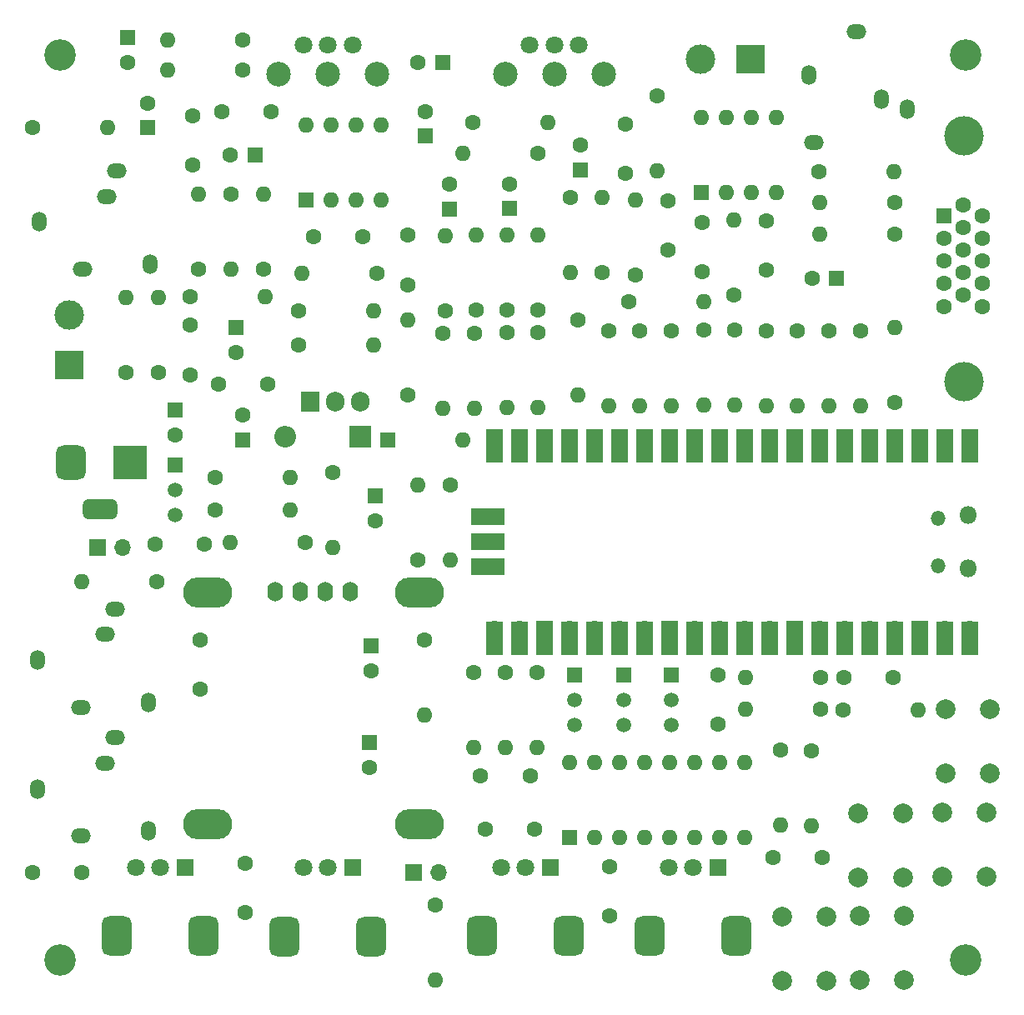
<source format=gbr>
%TF.GenerationSoftware,KiCad,Pcbnew,(6.0.11)*%
%TF.CreationDate,2024-04-05T20:07:31-05:00*%
%TF.ProjectId,GuitarPico,47756974-6172-4506-9963-6f2e6b696361,rev?*%
%TF.SameCoordinates,Original*%
%TF.FileFunction,Soldermask,Top*%
%TF.FilePolarity,Negative*%
%FSLAX46Y46*%
G04 Gerber Fmt 4.6, Leading zero omitted, Abs format (unit mm)*
G04 Created by KiCad (PCBNEW (6.0.11)) date 2024-04-05 20:07:31*
%MOMM*%
%LPD*%
G01*
G04 APERTURE LIST*
G04 Aperture macros list*
%AMRoundRect*
0 Rectangle with rounded corners*
0 $1 Rounding radius*
0 $2 $3 $4 $5 $6 $7 $8 $9 X,Y pos of 4 corners*
0 Add a 4 corners polygon primitive as box body*
4,1,4,$2,$3,$4,$5,$6,$7,$8,$9,$2,$3,0*
0 Add four circle primitives for the rounded corners*
1,1,$1+$1,$2,$3*
1,1,$1+$1,$4,$5*
1,1,$1+$1,$6,$7*
1,1,$1+$1,$8,$9*
0 Add four rect primitives between the rounded corners*
20,1,$1+$1,$2,$3,$4,$5,0*
20,1,$1+$1,$4,$5,$6,$7,0*
20,1,$1+$1,$6,$7,$8,$9,0*
20,1,$1+$1,$8,$9,$2,$3,0*%
G04 Aperture macros list end*
%ADD10C,1.600000*%
%ADD11R,1.600000X1.600000*%
%ADD12R,1.500000X1.500000*%
%ADD13C,1.500000*%
%ADD14O,1.500000X2.000000*%
%ADD15O,2.000000X1.500000*%
%ADD16O,1.600000X1.600000*%
%ADD17R,2.200000X2.200000*%
%ADD18O,2.200000X2.200000*%
%ADD19R,1.905000X2.000000*%
%ADD20O,1.905000X2.000000*%
%ADD21R,1.700000X1.700000*%
%ADD22O,1.700000X1.700000*%
%ADD23C,3.200000*%
%ADD24R,3.500000X3.500000*%
%ADD25RoundRect,0.750000X-0.750000X-1.000000X0.750000X-1.000000X0.750000X1.000000X-0.750000X1.000000X0*%
%ADD26RoundRect,0.500000X-1.250000X-0.500000X1.250000X-0.500000X1.250000X0.500000X-1.250000X0.500000X0*%
%ADD27R,1.800000X1.800000*%
%ADD28C,1.800000*%
%ADD29RoundRect,0.750000X-0.750000X1.250000X-0.750000X-1.250000X0.750000X-1.250000X0.750000X1.250000X0*%
%ADD30R,3.000000X3.000000*%
%ADD31C,3.000000*%
%ADD32C,2.500000*%
%ADD33O,1.800000X1.800000*%
%ADD34O,1.500000X1.500000*%
%ADD35R,1.700000X3.500000*%
%ADD36R,3.500000X1.700000*%
%ADD37C,2.000000*%
%ADD38O,5.000000X3.100000*%
%ADD39O,1.600000X2.000000*%
%ADD40C,4.000000*%
G04 APERTURE END LIST*
D10*
%TO.C,C22*%
X132588000Y-127254000D03*
X127588000Y-127254000D03*
%TD*%
D11*
%TO.C,C15*%
X100844000Y-75689113D03*
D10*
X100844000Y-73189113D03*
%TD*%
D12*
%TO.C,Q3*%
X110140000Y-127000000D03*
D13*
X110140000Y-129540000D03*
X110140000Y-132080000D03*
%TD*%
D14*
%TO.C,J8*%
X45720000Y-138590000D03*
D15*
X53620000Y-133390000D03*
X52620000Y-135990000D03*
X50120000Y-143390000D03*
D14*
X57020000Y-142890000D03*
%TD*%
D10*
%TO.C,R46*%
X110070000Y-92020000D03*
D16*
X110070000Y-99640000D03*
%TD*%
D10*
%TO.C,R9*%
X80250000Y-86250000D03*
D16*
X72630000Y-86250000D03*
%TD*%
D17*
%TO.C,D1*%
X78492000Y-102820000D03*
D18*
X70872000Y-102820000D03*
%TD*%
D10*
%TO.C,R56*%
X103720000Y-92030000D03*
D16*
X103720000Y-99650000D03*
%TD*%
D10*
%TO.C,R19*%
X125070000Y-75870000D03*
D16*
X132690000Y-75870000D03*
%TD*%
D19*
%TO.C,U4*%
X73420000Y-99290000D03*
D20*
X75960000Y-99290000D03*
X78500000Y-99290000D03*
%TD*%
D15*
%TO.C,J3*%
X128860000Y-61640000D03*
D14*
X134060000Y-69540000D03*
X131460000Y-68540000D03*
X124060000Y-66040000D03*
D15*
X124560000Y-72940000D03*
%TD*%
D21*
%TO.C,JP2*%
X51822000Y-114110000D03*
D22*
X54362000Y-114110000D03*
%TD*%
D11*
%TO.C,C11*%
X93710000Y-79640000D03*
D10*
X93710000Y-77140000D03*
%TD*%
%TO.C,R21*%
X105760000Y-89090000D03*
D16*
X113380000Y-89090000D03*
%TD*%
D23*
%TO.C,H2*%
X48000000Y-156000000D03*
%TD*%
D11*
%TO.C,C4*%
X67824000Y-74230000D03*
D10*
X65324000Y-74230000D03*
%TD*%
%TO.C,R23*%
X127550000Y-130570000D03*
D16*
X135170000Y-130570000D03*
%TD*%
D14*
%TO.C,J9*%
X45750000Y-125500000D03*
D15*
X53650000Y-120300000D03*
X52650000Y-122900000D03*
X50150000Y-130300000D03*
D14*
X57050000Y-129800000D03*
%TD*%
D10*
%TO.C,R10*%
X72250000Y-90000000D03*
D16*
X79870000Y-90000000D03*
%TD*%
D11*
%TO.C,C10*%
X87540000Y-79690000D03*
D10*
X87540000Y-77190000D03*
%TD*%
D21*
%TO.C,JP1*%
X83935000Y-147128000D03*
D22*
X86475000Y-147128000D03*
%TD*%
D11*
%TO.C,U6*%
X99800000Y-143540000D03*
D16*
X102340000Y-143540000D03*
X104880000Y-143540000D03*
X107420000Y-143540000D03*
X109960000Y-143540000D03*
X112500000Y-143540000D03*
X115040000Y-143540000D03*
X117580000Y-143540000D03*
X117580000Y-135920000D03*
X115040000Y-135920000D03*
X112500000Y-135920000D03*
X109960000Y-135920000D03*
X107420000Y-135920000D03*
X104880000Y-135920000D03*
X102340000Y-135920000D03*
X99800000Y-135920000D03*
%TD*%
D10*
%TO.C,C24*%
X62290000Y-128460000D03*
X62290000Y-123460000D03*
%TD*%
%TO.C,R28*%
X96590000Y-89940000D03*
D16*
X96590000Y-82320000D03*
%TD*%
D10*
%TO.C,R2*%
X68700000Y-85820000D03*
D16*
X68700000Y-78200000D03*
%TD*%
D12*
%TO.C,Q2*%
X105250000Y-127000000D03*
D13*
X105250000Y-129540000D03*
X105250000Y-132080000D03*
%TD*%
D10*
%TO.C,R14*%
X103070000Y-86160000D03*
D16*
X103070000Y-78540000D03*
%TD*%
D10*
%TO.C,R47*%
X86100000Y-150390000D03*
D16*
X86100000Y-158010000D03*
%TD*%
D10*
%TO.C,C12*%
X113210000Y-81070000D03*
X113210000Y-86070000D03*
%TD*%
%TO.C,R16*%
X89980000Y-70880000D03*
D16*
X97600000Y-70880000D03*
%TD*%
D10*
%TO.C,C26*%
X125450000Y-145570000D03*
X120450000Y-145570000D03*
%TD*%
D24*
%TO.C,J5*%
X55124000Y-105472000D03*
D25*
X49124000Y-105472000D03*
D26*
X52124000Y-110172000D03*
%TD*%
D10*
%TO.C,R36*%
X84334000Y-115378000D03*
D16*
X84334000Y-107758000D03*
%TD*%
D10*
%TO.C,C1*%
X61250000Y-91500000D03*
X61250000Y-96500000D03*
%TD*%
%TO.C,C8*%
X83318000Y-82358000D03*
X83318000Y-87358000D03*
%TD*%
%TO.C,C29*%
X91240000Y-142680000D03*
X96240000Y-142680000D03*
%TD*%
D27*
%TO.C,RV6*%
X97790000Y-146558000D03*
D28*
X95290000Y-146558000D03*
X92790000Y-146558000D03*
D29*
X90890000Y-153558000D03*
X99690000Y-153558000D03*
%TD*%
D10*
%TO.C,R52*%
X116560000Y-92010000D03*
D16*
X116560000Y-99630000D03*
%TD*%
D11*
%TO.C,C7*%
X85120000Y-72275112D03*
D10*
X85120000Y-69775112D03*
%TD*%
%TO.C,R11*%
X72250000Y-93500000D03*
D16*
X79870000Y-93500000D03*
%TD*%
D10*
%TO.C,C14*%
X105440000Y-71030000D03*
X105440000Y-76030000D03*
%TD*%
D11*
%TO.C,C34*%
X80016000Y-108838887D03*
D10*
X80016000Y-111338887D03*
%TD*%
%TO.C,R22*%
X132750000Y-82210000D03*
D16*
X125130000Y-82210000D03*
%TD*%
D23*
%TO.C,H3*%
X140000000Y-64000000D03*
%TD*%
D30*
%TO.C,J1*%
X49000000Y-95540000D03*
D31*
X49000000Y-90460000D03*
%TD*%
D10*
%TO.C,C23*%
X114808000Y-127000000D03*
X114808000Y-132000000D03*
%TD*%
D11*
%TO.C,C2*%
X65910000Y-91740000D03*
D10*
X65910000Y-94240000D03*
%TD*%
%TO.C,R60*%
X45218000Y-71436000D03*
D16*
X52838000Y-71436000D03*
%TD*%
D10*
%TO.C,R25*%
X72904000Y-113600000D03*
D16*
X65284000Y-113600000D03*
%TD*%
D10*
%TO.C,C18*%
X119710000Y-80890000D03*
X119710000Y-85890000D03*
%TD*%
%TO.C,R39*%
X124340000Y-134690000D03*
D16*
X124340000Y-142310000D03*
%TD*%
D10*
%TO.C,R55*%
X132760000Y-99330000D03*
D16*
X132760000Y-91710000D03*
%TD*%
D10*
%TO.C,C13*%
X109770000Y-78830000D03*
X109770000Y-83830000D03*
%TD*%
%TO.C,C30*%
X103820000Y-146460000D03*
X103820000Y-151460000D03*
%TD*%
D32*
%TO.C,RV1*%
X70250000Y-66000000D03*
D28*
X72750000Y-63000000D03*
D32*
X75250000Y-66000000D03*
D28*
X75250000Y-63000000D03*
D32*
X80250000Y-66000000D03*
D28*
X77750000Y-63000000D03*
%TD*%
D10*
%TO.C,R12*%
X61250000Y-88610000D03*
D16*
X68870000Y-88610000D03*
%TD*%
D10*
%TO.C,R18*%
X116440000Y-88400000D03*
D16*
X116440000Y-80780000D03*
%TD*%
D10*
%TO.C,R40*%
X93250000Y-126750000D03*
D16*
X93250000Y-134370000D03*
%TD*%
D33*
%TO.C,U3*%
X140250000Y-116225000D03*
X140250000Y-110775000D03*
D34*
X137220000Y-111075000D03*
X137220000Y-115925000D03*
D22*
X140380000Y-104610000D03*
D35*
X140380000Y-103710000D03*
D22*
X137840000Y-104610000D03*
D35*
X137840000Y-103710000D03*
D21*
X135300000Y-104610000D03*
D35*
X135300000Y-103710000D03*
D22*
X132760000Y-104610000D03*
D35*
X132760000Y-103710000D03*
D22*
X130220000Y-104610000D03*
D35*
X130220000Y-103710000D03*
X127680000Y-103710000D03*
D22*
X127680000Y-104610000D03*
D35*
X125140000Y-103710000D03*
D22*
X125140000Y-104610000D03*
D35*
X122600000Y-103710000D03*
D21*
X122600000Y-104610000D03*
D35*
X120060000Y-103710000D03*
D22*
X120060000Y-104610000D03*
X117520000Y-104610000D03*
D35*
X117520000Y-103710000D03*
D22*
X114980000Y-104610000D03*
D35*
X114980000Y-103710000D03*
X112440000Y-103710000D03*
D22*
X112440000Y-104610000D03*
D21*
X109900000Y-104610000D03*
D35*
X109900000Y-103710000D03*
D22*
X107360000Y-104610000D03*
D35*
X107360000Y-103710000D03*
X104820000Y-103710000D03*
D22*
X104820000Y-104610000D03*
D35*
X102280000Y-103710000D03*
D22*
X102280000Y-104610000D03*
D35*
X99740000Y-103710000D03*
D22*
X99740000Y-104610000D03*
D21*
X97200000Y-104610000D03*
D35*
X97200000Y-103710000D03*
X94660000Y-103710000D03*
D22*
X94660000Y-104610000D03*
X92120000Y-104610000D03*
D35*
X92120000Y-103710000D03*
X92120000Y-123290000D03*
D22*
X92120000Y-122390000D03*
X94660000Y-122390000D03*
D35*
X94660000Y-123290000D03*
D21*
X97200000Y-122390000D03*
D35*
X97200000Y-123290000D03*
D22*
X99740000Y-122390000D03*
D35*
X99740000Y-123290000D03*
X102280000Y-123290000D03*
D22*
X102280000Y-122390000D03*
D35*
X104820000Y-123290000D03*
D22*
X104820000Y-122390000D03*
D35*
X107360000Y-123290000D03*
D22*
X107360000Y-122390000D03*
D35*
X109900000Y-123290000D03*
D21*
X109900000Y-122390000D03*
D35*
X112440000Y-123290000D03*
D22*
X112440000Y-122390000D03*
D35*
X114980000Y-123290000D03*
D22*
X114980000Y-122390000D03*
X117520000Y-122390000D03*
D35*
X117520000Y-123290000D03*
D22*
X120060000Y-122390000D03*
D35*
X120060000Y-123290000D03*
D21*
X122600000Y-122390000D03*
D35*
X122600000Y-123290000D03*
D22*
X125140000Y-122390000D03*
D35*
X125140000Y-123290000D03*
D22*
X127680000Y-122390000D03*
D35*
X127680000Y-123290000D03*
D22*
X130220000Y-122390000D03*
D35*
X130220000Y-123290000D03*
X132760000Y-123290000D03*
D22*
X132760000Y-122390000D03*
D35*
X135300000Y-123290000D03*
D21*
X135300000Y-122390000D03*
D22*
X137840000Y-122390000D03*
D35*
X137840000Y-123290000D03*
D22*
X140380000Y-122390000D03*
D35*
X140380000Y-123290000D03*
D22*
X92350000Y-110960000D03*
D36*
X91450000Y-110960000D03*
X91450000Y-113500000D03*
D21*
X92350000Y-113500000D03*
D22*
X92350000Y-116040000D03*
D36*
X91450000Y-116040000D03*
%TD*%
D11*
%TO.C,C20*%
X59696000Y-100138000D03*
D10*
X59696000Y-102638000D03*
%TD*%
%TO.C,C31*%
X57664000Y-113700000D03*
X62664000Y-113700000D03*
%TD*%
%TO.C,R8*%
X96570000Y-74010000D03*
D16*
X88950000Y-74010000D03*
%TD*%
D10*
%TO.C,R49*%
X106910000Y-92020000D03*
D16*
X106910000Y-99640000D03*
%TD*%
D10*
%TO.C,R57*%
X100580000Y-90920000D03*
D16*
X100580000Y-98540000D03*
%TD*%
D10*
%TO.C,C25*%
X95750000Y-137250000D03*
X90750000Y-137250000D03*
%TD*%
%TO.C,R41*%
X121160000Y-134660000D03*
D16*
X121160000Y-142280000D03*
%TD*%
D10*
%TO.C,R48*%
X57890000Y-117570000D03*
D16*
X50270000Y-117570000D03*
%TD*%
D10*
%TO.C,R29*%
X96590000Y-92200000D03*
D16*
X96590000Y-99820000D03*
%TD*%
D10*
%TO.C,R1*%
X62100000Y-85820000D03*
D16*
X62100000Y-78200000D03*
%TD*%
D14*
%TO.C,J2*%
X45902000Y-81000000D03*
D15*
X53802000Y-75800000D03*
X52802000Y-78400000D03*
X50302000Y-85800000D03*
D14*
X57202000Y-85300000D03*
%TD*%
D10*
%TO.C,R27*%
X63760000Y-110298000D03*
D16*
X71380000Y-110298000D03*
%TD*%
D10*
%TO.C,R35*%
X86930000Y-92300000D03*
D16*
X86930000Y-99920000D03*
%TD*%
D37*
%TO.C,SW2*%
X137620000Y-147480000D03*
X137620000Y-140980000D03*
X142120000Y-140980000D03*
X142120000Y-147480000D03*
%TD*%
D10*
%TO.C,R59*%
X63760000Y-106996000D03*
D16*
X71380000Y-106996000D03*
%TD*%
D37*
%TO.C,SW3*%
X129100000Y-141110000D03*
X129100000Y-147610000D03*
X133600000Y-147610000D03*
X133600000Y-141110000D03*
%TD*%
D10*
%TO.C,R54*%
X126070000Y-92060000D03*
D16*
X126070000Y-99680000D03*
%TD*%
D38*
%TO.C,Brd1*%
X63030000Y-142140000D03*
X84530000Y-118640000D03*
X63030000Y-118640000D03*
X84530000Y-142140000D03*
D39*
X69910000Y-118540000D03*
X72450000Y-118540000D03*
X74990000Y-118540000D03*
X77530000Y-118540000D03*
%TD*%
D10*
%TO.C,R33*%
X90130000Y-92270000D03*
D16*
X90130000Y-99890000D03*
%TD*%
D11*
%TO.C,C35*%
X56902000Y-71436000D03*
D10*
X56902000Y-68936000D03*
%TD*%
D11*
%TO.C,C5*%
X54870000Y-62292000D03*
D10*
X54870000Y-64792000D03*
%TD*%
%TO.C,R5*%
X66554000Y-62546000D03*
D16*
X58934000Y-62546000D03*
%TD*%
D27*
%TO.C,RV5*%
X77730000Y-146620000D03*
D28*
X75230000Y-146620000D03*
X72730000Y-146620000D03*
D29*
X70830000Y-153620000D03*
X79630000Y-153620000D03*
%TD*%
D10*
%TO.C,R26*%
X75698000Y-106488000D03*
D16*
X75698000Y-114108000D03*
%TD*%
D11*
%TO.C,C16*%
X86874000Y-64832000D03*
D10*
X84374000Y-64832000D03*
%TD*%
%TO.C,R4*%
X58000000Y-96328000D03*
D16*
X58000000Y-88708000D03*
%TD*%
D11*
%TO.C,U1*%
X73000000Y-78800000D03*
D16*
X75540000Y-78800000D03*
X78080000Y-78800000D03*
X80620000Y-78800000D03*
X80620000Y-71180000D03*
X78080000Y-71180000D03*
X75540000Y-71180000D03*
X73000000Y-71180000D03*
%TD*%
D10*
%TO.C,R45*%
X113410000Y-92000000D03*
D16*
X113410000Y-99620000D03*
%TD*%
D10*
%TO.C,R7*%
X66554000Y-65594000D03*
D16*
X58934000Y-65594000D03*
%TD*%
D11*
%TO.C,C19*%
X66554000Y-103115113D03*
D10*
X66554000Y-100615113D03*
%TD*%
%TO.C,R3*%
X54750000Y-96328000D03*
D16*
X54750000Y-88708000D03*
%TD*%
D10*
%TO.C,R38*%
X90000000Y-126750000D03*
D16*
X90000000Y-134370000D03*
%TD*%
D40*
%TO.C,J6*%
X139810000Y-97215000D03*
X139810000Y-72215000D03*
D11*
X137760000Y-80400000D03*
D10*
X137760000Y-82690000D03*
X137760000Y-84980000D03*
X137760000Y-87270000D03*
X137760000Y-89560000D03*
X139740000Y-79255000D03*
X139740000Y-81545000D03*
X139740000Y-83835000D03*
X139740000Y-86125000D03*
X139740000Y-88415000D03*
X141720000Y-80400000D03*
X141720000Y-82690000D03*
X141720000Y-84980000D03*
X141720000Y-87270000D03*
X141720000Y-89560000D03*
%TD*%
D37*
%TO.C,SW4*%
X129220000Y-158030000D03*
X129220000Y-151530000D03*
X133720000Y-151530000D03*
X133720000Y-158030000D03*
%TD*%
%TO.C,SW5*%
X121320000Y-151610000D03*
X121320000Y-158110000D03*
X125820000Y-151610000D03*
X125820000Y-158110000D03*
%TD*%
D10*
%TO.C,R17*%
X108680000Y-68140000D03*
D16*
X108680000Y-75760000D03*
%TD*%
D10*
%TO.C,R37*%
X87636000Y-107758000D03*
D16*
X87636000Y-115378000D03*
%TD*%
D10*
%TO.C,R20*%
X132770000Y-79040000D03*
D16*
X125150000Y-79040000D03*
%TD*%
D10*
%TO.C,R43*%
X125222000Y-130500000D03*
D16*
X117602000Y-130500000D03*
%TD*%
D11*
%TO.C,C32*%
X79600000Y-124070000D03*
D10*
X79600000Y-126570000D03*
%TD*%
%TO.C,R32*%
X90290000Y-89980000D03*
D16*
X90290000Y-82360000D03*
%TD*%
D10*
%TO.C,C6*%
X69500000Y-69750000D03*
X64500000Y-69750000D03*
%TD*%
%TO.C,R6*%
X65390000Y-78190000D03*
D16*
X65390000Y-85810000D03*
%TD*%
D10*
%TO.C,R58*%
X85020000Y-123450000D03*
D16*
X85020000Y-131070000D03*
%TD*%
D23*
%TO.C,H4*%
X48000000Y-64000000D03*
%TD*%
D12*
%TO.C,Q1*%
X100280000Y-127000000D03*
D13*
X100280000Y-129540000D03*
X100280000Y-132080000D03*
%TD*%
D10*
%TO.C,R13*%
X99870000Y-78510000D03*
D16*
X99870000Y-86130000D03*
%TD*%
D10*
%TO.C,R30*%
X93420000Y-89960000D03*
D16*
X93420000Y-82340000D03*
%TD*%
D12*
%TO.C,U5*%
X59696000Y-105726000D03*
D13*
X59696000Y-108266000D03*
X59696000Y-110806000D03*
%TD*%
D23*
%TO.C,H1*%
X140000000Y-156000000D03*
%TD*%
D10*
%TO.C,R44*%
X125222000Y-127254000D03*
D16*
X117602000Y-127254000D03*
%TD*%
D10*
%TO.C,R34*%
X87120000Y-90000000D03*
D16*
X87120000Y-82380000D03*
%TD*%
D10*
%TO.C,C21*%
X69160000Y-97470000D03*
X64160000Y-97470000D03*
%TD*%
D11*
%TO.C,U2*%
X113160000Y-78010000D03*
D16*
X115700000Y-78010000D03*
X118240000Y-78010000D03*
X120780000Y-78010000D03*
X120780000Y-70390000D03*
X118240000Y-70390000D03*
X115700000Y-70390000D03*
X113160000Y-70390000D03*
%TD*%
D11*
%TO.C,D2*%
X81286000Y-103186000D03*
D16*
X88906000Y-103186000D03*
%TD*%
D10*
%TO.C,R31*%
X93380000Y-92230000D03*
D16*
X93380000Y-99850000D03*
%TD*%
D10*
%TO.C,C28*%
X66808000Y-151140000D03*
X66808000Y-146140000D03*
%TD*%
D11*
%TO.C,C33*%
X79420000Y-133880000D03*
D10*
X79420000Y-136380000D03*
%TD*%
D11*
%TO.C,C17*%
X126885113Y-86750000D03*
D10*
X124385113Y-86750000D03*
%TD*%
D27*
%TO.C,RV4*%
X60706000Y-146558000D03*
D28*
X58206000Y-146558000D03*
X55706000Y-146558000D03*
D29*
X53806000Y-153558000D03*
X62606000Y-153558000D03*
%TD*%
D10*
%TO.C,C9*%
X73750000Y-82500000D03*
X78750000Y-82500000D03*
%TD*%
%TO.C,R53*%
X129290000Y-92060000D03*
D16*
X129290000Y-99680000D03*
%TD*%
D10*
%TO.C,C3*%
X61490000Y-75170000D03*
X61490000Y-70170000D03*
%TD*%
%TO.C,R42*%
X96500000Y-126750000D03*
D16*
X96500000Y-134370000D03*
%TD*%
D10*
%TO.C,R24*%
X83318000Y-98614000D03*
D16*
X83318000Y-90994000D03*
%TD*%
D30*
%TO.C,J4*%
X118130000Y-64450000D03*
D31*
X113050000Y-64450000D03*
%TD*%
D10*
%TO.C,R50*%
X122900000Y-92050000D03*
D16*
X122900000Y-99670000D03*
%TD*%
D10*
%TO.C,R15*%
X106420000Y-86340000D03*
D16*
X106420000Y-78720000D03*
%TD*%
D10*
%TO.C,C27*%
X45230000Y-147080000D03*
X50230000Y-147080000D03*
%TD*%
D32*
%TO.C,RV2*%
X93220000Y-65980000D03*
D28*
X95720000Y-62980000D03*
D32*
X98220000Y-65980000D03*
D28*
X98220000Y-62980000D03*
X100720000Y-62980000D03*
D32*
X103220000Y-65980000D03*
%TD*%
D10*
%TO.C,R51*%
X119740000Y-92040000D03*
D16*
X119740000Y-99660000D03*
%TD*%
D37*
%TO.C,SW1*%
X137920000Y-137020000D03*
X137920000Y-130520000D03*
X142420000Y-130520000D03*
X142420000Y-137020000D03*
%TD*%
D27*
%TO.C,RV3*%
X114808000Y-146558000D03*
D28*
X112308000Y-146558000D03*
X109808000Y-146558000D03*
D29*
X116708000Y-153558000D03*
X107908000Y-153558000D03*
%TD*%
M02*

</source>
